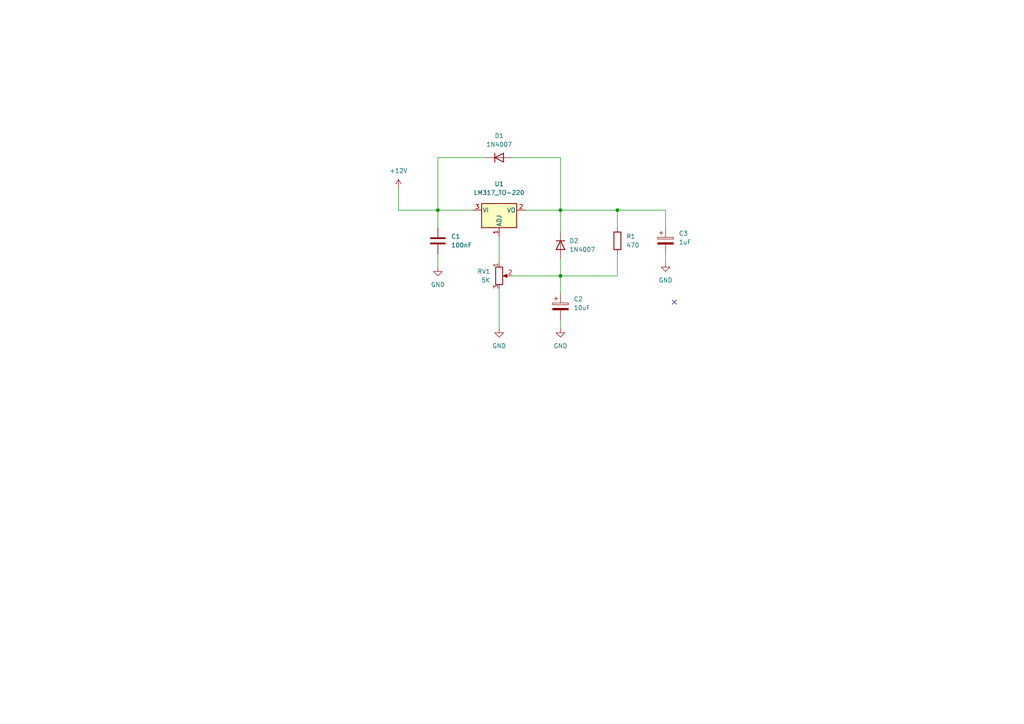
<source format=kicad_sch>
(kicad_sch (version 20211123) (generator eeschema)
  (paper "A4")
  (lib_symbols
    (symbol "Device:C" (pin_numbers hide) (pin_names (offset 0.254))
      (property "Reference" "C" (at 0.635 2.54 0))
      (property "Value" "C" (at 0.635 -2.54 0))
      (symbol "C_0_1"
        (polyline (pts (xy -2.032 -0.762) (xy 2.032 -0.762)) (stroke (width 0.508)))
        (polyline (pts (xy -2.032 0.762) (xy 2.032 0.762)) (stroke (width 0.508)))
      )
      (symbol "C_1_1"
        (pin passive line (at 0 3.81 270) (length 2.794) (name "~") (number "1"))
        (pin passive line (at 0 -3.81 90) (length 2.794) (name "~") (number "2"))
      )
    )
    (symbol "Device:C_Polarized" (pin_numbers hide) (pin_names (offset 0.254))
      (property "Reference" "C" (at 0.635 2.54 0))
      (property "Value" "C_Polarized" (at 0.635 -2.54 0))
      (symbol "C_Polarized_0_1"
        (rectangle (start -2.286 0.508) (end 2.286 1.016))
        (polyline (pts (xy -1.778 2.286) (xy -0.762 2.286)))
        (polyline (pts (xy -1.27 2.794) (xy -1.27 1.778)))
        (rectangle (start 2.286 -0.508) (end -2.286 -1.016) (fill (type outline)))
      )
      (symbol "C_Polarized_1_1"
        (pin passive line (at 0 3.81 270) (length 2.794) (name "~") (number "1"))
        (pin passive line (at 0 -3.81 90) (length 2.794) (name "~") (number "2"))
      )
    )
    (symbol "Device:R" (pin_numbers hide) (pin_names (offset 0))
      (property "Reference" "R" (at 2.032 0 90))
      (property "Value" "R" (at 0 0 90))
      (symbol "R_0_1"
        (rectangle (start -1.016 -2.54) (end 1.016 2.54) (stroke (width 0.254)))
      )
      (symbol "R_1_1"
        (pin passive line (at 0 3.81 270) (length 1.27) (name "~") (number "1"))
        (pin passive line (at 0 -3.81 90) (length 1.27) (name "~") (number "2"))
      )
    )
    (symbol "Device:R_Potentiometer" (pin_names (offset 1.016) hide)
      (property "Reference" "RV" (at -4.445 0 90))
      (property "Value" "R_Potentiometer" (at -2.54 0 90))
      (symbol "R_Potentiometer_0_1"
        (polyline (pts (xy 2.54 0) (xy 1.524 0)))
        (polyline (pts (xy 1.143 0) (xy 2.286 0.508) (xy 2.286 -0.508) (xy 1.143 0)) (fill (type outline)))
        (rectangle (start 1.016 2.54) (end -1.016 -2.54) (stroke (width 0.254)))
      )
      (symbol "R_Potentiometer_1_1"
        (pin passive line (at 0 3.81 270) (length 1.27) (name "1") (number "1"))
        (pin passive line (at 3.81 0 180) (length 1.27) (name "2") (number "2"))
        (pin passive line (at 0 -3.81 90) (length 1.27) (name "3") (number "3"))
      )
    )
    (symbol "Diode:1N4007" (pin_numbers hide) (pin_names (offset 1.016) hide)
      (property "Reference" "D" (at 0 2.54 0))
      (property "Value" "1N4007" (at 0 -2.54 0))
      (symbol "1N4007_0_1"
        (polyline (pts (xy -1.27 1.27) (xy -1.27 -1.27)) (stroke (width 0.254)))
        (polyline (pts (xy 1.27 0) (xy -1.27 0)))
        (polyline (pts (xy 1.27 1.27) (xy 1.27 -1.27) (xy -1.27 0) (xy 1.27 1.27)) (stroke (width 0.254)))
      )
      (symbol "1N4007_1_1"
        (pin passive line (at -3.81 0 0) (length 2.54) (name "K") (number "1"))
        (pin passive line (at 3.81 0 180) (length 2.54) (name "A") (number "2"))
      )
    )
    (symbol "Regulator_Linear:LM317_TO-220" (pin_names (offset 0.254))
      (property "Reference" "U" (at -3.81 3.175 0))
      (property "Value" "LM317_TO-220" (at 0 3.175 0))
      (symbol "LM317_TO-220_0_1"
        (rectangle (start -5.08 1.905) (end 5.08 -5.08) (stroke (width 0.254)) (fill (type background)))
      )
      (symbol "LM317_TO-220_1_1"
        (pin input line (at 0 -7.62 90) (length 2.54) (name "ADJ") (number "1"))
        (pin power_out line (at 7.62 0 180) (length 2.54) (name "VO") (number "2"))
        (pin power_in line (at -7.62 0 0) (length 2.54) (name "VI") (number "3"))
      )
    )
    (symbol "power:+12V" (power) (pin_names (offset 0))
      (property "Value" "+12V" (at 0 3.556 0))
      (symbol "+12V_0_1"
        (polyline (pts (xy -0.762 1.27) (xy 0 2.54)))
        (polyline (pts (xy 0 0) (xy 0 2.54)))
        (polyline (pts (xy 0 2.54) (xy 0.762 1.27)))
      )
      (symbol "+12V_1_1"
        (pin power_in line (at 0 0 90) (length 0) hide (name "+12V") (number "1"))
      )
    )
    (symbol "power:GND" (power) (pin_names (offset 0))
      (property "Value" "GND" (at 0 -3.81 0))
      (symbol "GND_0_1"
        (polyline (pts (xy 0 0) (xy 0 -1.27) (xy 1.27 -1.27) (xy 0 -2.54) (xy -1.27 -1.27) (xy 0 -1.27)))
      )
      (symbol "GND_1_1"
        (pin power_in line (at 0 0 270) (length 0) hide (name "GND") (number "1"))
      )
    )
  )
  (junction (at 127 60.96))
  (junction (at 162.56 60.96))
  (junction (at 162.56 80.01))
  (junction (at 179.07 60.96))
  (no_connect (at 195.58 87.63))
  (wire (pts (xy 144.78 68.58) (xy 144.78 76.2)))
  (wire (pts (xy 193.04 73.66) (xy 193.04 76.2)))
  (wire (pts (xy 179.07 73.66) (xy 179.07 80.01)))
  (wire (pts (xy 127 66.04) (xy 127 60.96)))
  (wire (pts (xy 127 60.96) (xy 137.16 60.96)))
  (wire (pts (xy 162.56 80.01) (xy 148.59 80.01)))
  (wire (pts (xy 162.56 45.72) (xy 148.59 45.72)))
  (wire (pts (xy 162.56 60.96) (xy 162.56 67.31)))
  (wire (pts (xy 115.57 54.61) (xy 115.57 60.96)))
  (wire (pts (xy 179.07 80.01) (xy 162.56 80.01)))
  (wire (pts (xy 162.56 60.96) (xy 162.56 45.72)))
  (wire (pts (xy 140.97 45.72) (xy 127 45.72)))
  (wire (pts (xy 162.56 92.71) (xy 162.56 95.25)))
  (wire (pts (xy 127 45.72) (xy 127 60.96)))
  (wire (pts (xy 115.57 60.96) (xy 127 60.96)))
  (wire (pts (xy 193.04 66.04) (xy 193.04 60.96)))
  (wire (pts (xy 179.07 66.04) (xy 179.07 60.96)))
  (wire (pts (xy 179.07 60.96) (xy 162.56 60.96)))
  (wire (pts (xy 162.56 74.93) (xy 162.56 80.01)))
  (wire (pts (xy 144.78 83.82) (xy 144.78 95.25)))
  (wire (pts (xy 127 73.66) (xy 127 77.47)))
  (wire (pts (xy 152.4 60.96) (xy 162.56 60.96)))
  (wire (pts (xy 162.56 80.01) (xy 162.56 85.09)))
  (wire (pts (xy 193.04 60.96) (xy 179.07 60.96)))
  (symbol (lib_id "Device:C_Polarized") (at 193.04 69.85 0) (unit 1)
    (property "Reference" "C3" (at 196.85 67.6909 0) (effects (justify left)))
    (property "Value" "1uF" (at 196.85 70.2309 0) (effects (justify left)))
  )
  (symbol (lib_id "Device:C") (at 127 69.85 0) (unit 1)
    (property "Reference" "C1" (at 130.81 68.5799 0) (effects (justify left)))
    (property "Value" "100nF" (at 130.81 71.1199 0) (effects (justify left)))
  )
  (symbol (lib_id "Device:R_Potentiometer") (at 144.78 80.01 0) (unit 1)
    (property "Reference" "RV1" (at 142.24 78.7399 0) (effects (justify right)))
    (property "Value" "5K" (at 142.24 81.2799 0) (effects (justify right)))
  )
  (symbol (lib_id "Diode:1N4007") (at 144.78 45.72 0) (unit 1)
    (property "Reference" "D1" (at 144.78 39.37 0))
    (property "Value" "1N4007" (at 144.78 41.91 0))
    (property "Footprint" "Diode_THT:D_DO-41_SOD81_P10.16mm_Horizontal" (effects hide))
    (property "Datasheet" "http://www.vishay.com/docs/88503/1n4001.pdf" (effects hide))
  )
  (symbol (lib_id "Diode:1N4007") (at 162.56 71.12 270) (unit 1)
    (property "Reference" "D2" (at 165.1 69.8499 90) (effects (justify left)))
    (property "Value" "1N4007" (at 165.1 72.3899 90) (effects (justify left)))
    (property "Footprint" "Diode_THT:D_DO-41_SOD81_P10.16mm_Horizontal" (effects hide))
    (property "Datasheet" "http://www.vishay.com/docs/88503/1n4001.pdf" (effects hide))
  )
  (symbol (lib_id "power:GND") (at 127 77.47 0) (unit 1)
    (property "Reference" "#PWR?" (effects hide))
    (property "Value" "GND" (at 127 82.55 0))
  )
  (symbol (lib_id "Device:C_Polarized") (at 162.56 88.9 0) (unit 1)
    (property "Reference" "C2" (at 166.37 86.7409 0) (effects (justify left)))
    (property "Value" "10uF" (at 166.37 89.2809 0) (effects (justify left)))
  )
  (symbol (lib_id "power:GND") (at 193.04 76.2 0) (unit 1)
    (property "Reference" "#PWR?" (effects hide))
    (property "Value" "GND" (at 193.04 81.28 0))
  )
  (symbol (lib_id "power:GND") (at 162.56 95.25 0) (unit 1)
    (property "Reference" "#PWR?" (effects hide))
    (property "Value" "GND" (at 162.56 100.33 0))
  )
  (symbol (lib_id "power:GND") (at 144.78 95.25 0) (unit 1)
    (property "Reference" "#PWR?" (effects hide))
    (property "Value" "GND" (at 144.78 100.33 0))
  )
  (symbol (lib_id "power:+12V") (at 115.57 54.61 0) (unit 1)
    (property "Reference" "#PWR?" (effects hide))
    (property "Value" "+12V" (at 115.57 49.53 0))
  )
  (symbol (lib_id "Device:R") (at 179.07 69.85 0) (unit 1)
    (property "Reference" "R1" (at 181.61 68.5799 0) (effects (justify left)))
    (property "Value" "470" (at 181.61 71.1199 0) (effects (justify left)))
  )
  (symbol (lib_id "Regulator_Linear:LM317_TO-220") (at 144.78 60.96 0) (unit 1)
    (property "Reference" "U1" (at 144.78 53.34 0))
    (property "Value" "LM317_TO-220" (at 144.78 55.88 0))
    (property "Footprint" "Package_TO_SOT_THT:TO-220-3_Vertical" (effects hide))
    (property "Datasheet" "http://www.ti.com/lit/ds/symlink/lm317.pdf" (effects hide))
  )
)
</source>
